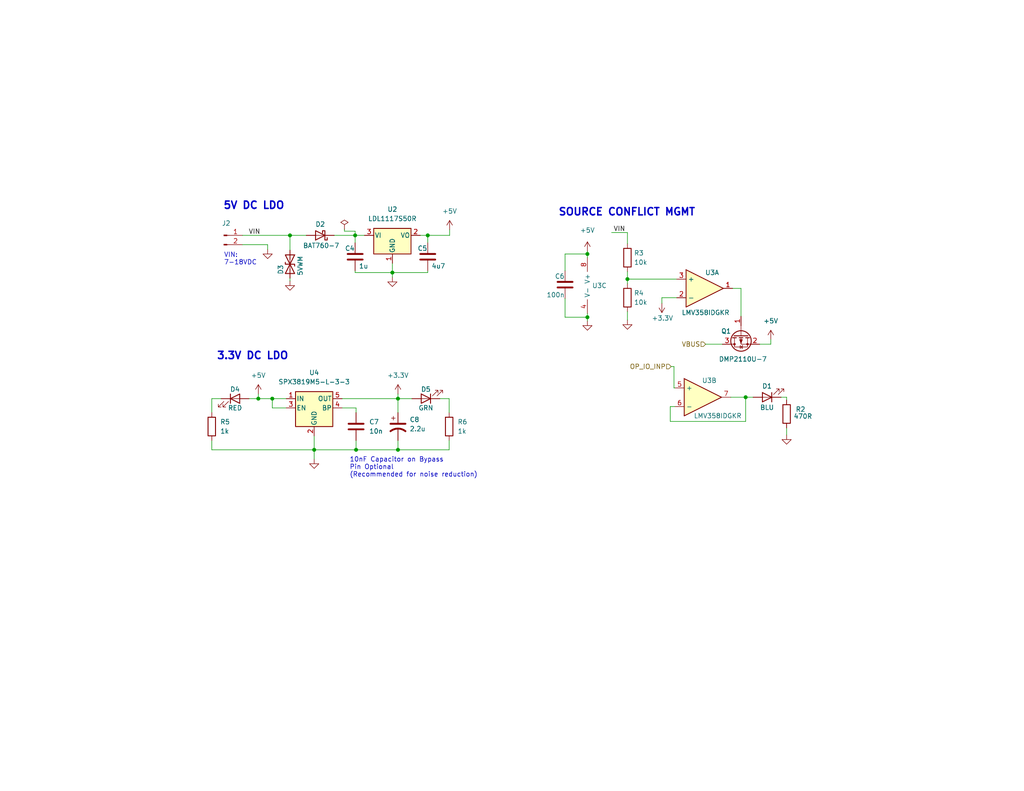
<source format=kicad_sch>
(kicad_sch (version 20211123) (generator eeschema)
  (paper "USLetter")
  (title_block (title "Power Supply - 5V and 3V3 LDOs") (date "2022-11-09") (rev "1.1"))
  (lib_symbols
    (symbol "Connector:Conn_01x02_Male" (pin_names (offset 1.016) hide)
      (property "Reference" "J" (at 0 2.54 0))
      (property "Value" "Conn_01x02_Male" (at 0 -5.08 0))
      (symbol "Conn_01x02_Male_1_1"
        (polyline (pts (xy 1.27 -2.54) (xy 0.8636 -2.54)) (stroke (width 0.1524)))
        (polyline (pts (xy 1.27 0) (xy 0.8636 0)) (stroke (width 0.1524)))
        (rectangle (start 0.8636 -2.413) (end 0 -2.667) (stroke (width 0.1524)) (fill (type outline)))
        (rectangle (start 0.8636 0.127) (end 0 -0.127) (stroke (width 0.1524)) (fill (type outline)))
        (pin passive line (at 5.08 0 180) (length 3.81) (name "Pin_1") (number "1"))
        (pin passive line (at 5.08 -2.54 180) (length 3.81) (name "Pin_2") (number "2"))
      )
    )
    (symbol "Device:C" (pin_numbers hide) (pin_names (offset 0.254))
      (property "Reference" "C" (at 0.635 2.54 0))
      (property "Value" "C" (at 0.635 -2.54 0))
      (symbol "C_0_1"
        (polyline (pts (xy -2.032 -0.762) (xy 2.032 -0.762)) (stroke (width 0.508)))
        (polyline (pts (xy -2.032 0.762) (xy 2.032 0.762)) (stroke (width 0.508)))
      )
      (symbol "C_1_1"
        (pin passive line (at 0 3.81 270) (length 2.794) (name "~") (number "1"))
        (pin passive line (at 0 -3.81 90) (length 2.794) (name "~") (number "2"))
      )
    )
    (symbol "Device:C_Polarized_US" (pin_numbers hide) (pin_names (offset 0.254) hide)
      (property "Reference" "C" (at 0.635 2.54 0))
      (property "Value" "C_Polarized_US" (at 0.635 -2.54 0))
      (symbol "C_Polarized_US_0_1"
        (polyline (pts (xy -2.032 0.762) (xy 2.032 0.762)) (stroke (width 0.508)))
        (polyline (pts (xy -1.778 2.286) (xy -0.762 2.286)))
        (polyline (pts (xy -1.27 1.778) (xy -1.27 2.794)))
        (arc (start 2.032 -1.27) (mid 0 -0.5572) (end -2.032 -1.27) (stroke (width 0.508)))
      )
      (symbol "C_Polarized_US_1_1"
        (pin passive line (at 0 3.81 270) (length 2.794) (name "~") (number "1"))
        (pin passive line (at 0 -3.81 90) (length 3.302) (name "~") (number "2"))
      )
    )
    (symbol "Device:D_Schottky" (pin_numbers hide) (pin_names (offset 1.016) hide)
      (property "Reference" "D" (at 0 2.54 0))
      (property "Value" "D_Schottky" (at 0 -2.54 0))
      (symbol "D_Schottky_0_1"
        (polyline (pts (xy 1.27 0) (xy -1.27 0)))
        (polyline (pts (xy 1.27 1.27) (xy 1.27 -1.27) (xy -1.27 0) (xy 1.27 1.27)) (stroke (width 0.254)))
        (polyline (pts (xy -1.905 0.635) (xy -1.905 1.27) (xy -1.27 1.27) (xy -1.27 -1.27) (xy -0.635 -1.27) (xy -0.635 -0.635)) (stroke (width 0.254)))
      )
      (symbol "D_Schottky_1_1"
        (pin passive line (at -3.81 0 0) (length 2.54) (name "K") (number "1"))
        (pin passive line (at 3.81 0 180) (length 2.54) (name "A") (number "2"))
      )
    )
    (symbol "Device:D_TVS" (pin_numbers hide) (pin_names (offset 1.016) hide)
      (property "Reference" "D" (at 0 2.54 0))
      (property "Value" "D_TVS" (at 0 -2.54 0))
      (symbol "D_TVS_0_1"
        (polyline (pts (xy 1.27 0) (xy -1.27 0)))
        (polyline (pts (xy 0.508 1.27) (xy 0 1.27) (xy 0 -1.27) (xy -0.508 -1.27)) (stroke (width 0.254)))
        (polyline (pts (xy -2.54 1.27) (xy -2.54 -1.27) (xy 2.54 1.27) (xy 2.54 -1.27) (xy -2.54 1.27)) (stroke (width 0.254)))
      )
      (symbol "D_TVS_1_1"
        (pin passive line (at -3.81 0 0) (length 2.54) (name "A1") (number "1"))
        (pin passive line (at 3.81 0 180) (length 2.54) (name "A2") (number "2"))
      )
    )
    (symbol "Device:LED" (pin_numbers hide) (pin_names (offset 1.016) hide)
      (property "Reference" "D" (at 0 2.54 0))
      (property "Value" "LED" (at 0 -2.54 0))
      (symbol "LED_0_1"
        (polyline (pts (xy -1.27 -1.27) (xy -1.27 1.27)) (stroke (width 0.254)))
        (polyline (pts (xy -1.27 0) (xy 1.27 0)))
        (polyline (pts (xy 1.27 -1.27) (xy 1.27 1.27) (xy -1.27 0) (xy 1.27 -1.27)) (stroke (width 0.254)))
        (polyline (pts (xy -3.048 -0.762) (xy -4.572 -2.286) (xy -3.81 -2.286) (xy -4.572 -2.286) (xy -4.572 -1.524)))
        (polyline (pts (xy -1.778 -0.762) (xy -3.302 -2.286) (xy -2.54 -2.286) (xy -3.302 -2.286) (xy -3.302 -1.524)))
      )
      (symbol "LED_1_1"
        (pin passive line (at -3.81 0 0) (length 2.54) (name "K") (number "1"))
        (pin passive line (at 3.81 0 180) (length 2.54) (name "A") (number "2"))
      )
    )
    (symbol "Device:Opamp_Dual"
      (property "Reference" "U" (at 0 5.08 0))
      (property "Value" "Opamp_Dual" (at 0 -5.08 0))
      (symbol "Opamp_Dual_1_1"
        (polyline (pts (xy -5.08 5.08) (xy 5.08 0) (xy -5.08 -5.08) (xy -5.08 5.08)) (stroke (width 0.254)) (fill (type background)))
        (pin output line (at 7.62 0 180) (length 2.54) (name "~") (number "1"))
        (pin input line (at -7.62 -2.54 0) (length 2.54) (name "-") (number "2"))
        (pin input line (at -7.62 2.54 0) (length 2.54) (name "+") (number "3"))
      )
      (symbol "Opamp_Dual_2_1"
        (polyline (pts (xy -5.08 5.08) (xy 5.08 0) (xy -5.08 -5.08) (xy -5.08 5.08)) (stroke (width 0.254)) (fill (type background)))
        (pin input line (at -7.62 2.54 0) (length 2.54) (name "+") (number "5"))
        (pin input line (at -7.62 -2.54 0) (length 2.54) (name "-") (number "6"))
        (pin output line (at 7.62 0 180) (length 2.54) (name "~") (number "7"))
      )
      (symbol "Opamp_Dual_3_1"
        (pin power_in line (at -2.54 -7.62 90) (length 3.81) (name "V-") (number "4"))
        (pin power_in line (at -2.54 7.62 270) (length 3.81) (name "V+") (number "8"))
      )
    )
    (symbol "Device:Q_PMOS_GSD" (pin_names (offset 0) hide)
      (property "Reference" "Q" (at 5.08 1.27 0))
      (property "Value" "Q_PMOS_GSD" (at 5.08 -1.27 0))
      (symbol "Q_PMOS_GSD_0_1"
        (polyline (pts (xy 0.254 0) (xy -2.54 0)))
        (polyline (pts (xy 0.254 1.905) (xy 0.254 -1.905)) (stroke (width 0.254)))
        (polyline (pts (xy 0.762 -1.27) (xy 0.762 -2.286)) (stroke (width 0.254)))
        (polyline (pts (xy 0.762 0.508) (xy 0.762 -0.508)) (stroke (width 0.254)))
        (polyline (pts (xy 0.762 2.286) (xy 0.762 1.27)) (stroke (width 0.254)))
        (polyline (pts (xy 2.54 2.54) (xy 2.54 1.778)))
        (polyline (pts (xy 2.54 -2.54) (xy 2.54 0) (xy 0.762 0)))
        (polyline (pts (xy 0.762 1.778) (xy 3.302 1.778) (xy 3.302 -1.778) (xy 0.762 -1.778)))
        (polyline (pts (xy 2.286 0) (xy 1.27 0.381) (xy 1.27 -0.381) (xy 2.286 0)) (fill (type outline)))
        (polyline (pts (xy 2.794 -0.508) (xy 2.921 -0.381) (xy 3.683 -0.381) (xy 3.81 -0.254)))
        (polyline (pts (xy 3.302 -0.381) (xy 2.921 0.254) (xy 3.683 0.254) (xy 3.302 -0.381)))
        (circle (center 1.651 0) (radius 2.794) (stroke (width 0.254)))
        (circle (center 2.54 -1.778) (radius 0.254) (fill (type outline)))
        (circle (center 2.54 1.778) (radius 0.254) (fill (type outline)))
      )
      (symbol "Q_PMOS_GSD_1_1"
        (pin input line (at -5.08 0 0) (length 2.54) (name "G") (number "1"))
        (pin passive line (at 2.54 -5.08 90) (length 2.54) (name "S") (number "2"))
        (pin passive line (at 2.54 5.08 270) (length 2.54) (name "D") (number "3"))
      )
    )
    (symbol "Device:R" (pin_numbers hide) (pin_names (offset 0))
      (property "Reference" "R" (at 2.032 0 90))
      (property "Value" "R" (at 0 0 90))
      (symbol "R_0_1"
        (rectangle (start -1.016 -2.54) (end 1.016 2.54) (stroke (width 0.254)))
      )
      (symbol "R_1_1"
        (pin passive line (at 0 3.81 270) (length 1.27) (name "~") (number "1"))
        (pin passive line (at 0 -3.81 90) (length 1.27) (name "~") (number "2"))
      )
    )
    (symbol "Regulator_Linear:LT1129-3.3_SOT223" (pin_names (offset 0.254))
      (property "Reference" "U2" (at 0 7.112 0))
      (property "Value" "LDL1117S50R" (at 0 4.572 0))
      (symbol "LT1129-3.3_SOT223_0_1"
        (rectangle (start -5.08 -5.08) (end 5.08 1.905) (stroke (width 0.254)) (fill (type background)))
      )
      (symbol "LT1129-3.3_SOT223_1_1"
        (pin power_in line (at 0 -7.62 90) (length 2.54) (name "GND") (number "1"))
        (pin power_out line (at 7.62 0 180) (length 2.54) (name "VO") (number "2"))
        (pin power_in line (at -7.62 0 0) (length 2.54) (name "VI") (number "3"))
      )
    )
    (symbol "Regulator_Linear:SPX3819M5-L-3-3" (pin_names (offset 0.254))
      (property "Reference" "U" (at -3.81 5.715 0))
      (property "Value" "SPX3819M5-L-3-3" (at 0 5.715 0))
      (symbol "SPX3819M5-L-3-3_0_1"
        (rectangle (start -5.08 4.445) (end 5.08 -5.08) (stroke (width 0.254)) (fill (type background)))
      )
      (symbol "SPX3819M5-L-3-3_1_1"
        (pin power_in line (at -7.62 2.54 0) (length 2.54) (name "IN") (number "1"))
        (pin power_in line (at 0 -7.62 90) (length 2.54) (name "GND") (number "2"))
        (pin input line (at -7.62 0 0) (length 2.54) (name "EN") (number "3"))
        (pin input line (at 7.62 0 180) (length 2.54) (name "BP") (number "4"))
        (pin power_out line (at 7.62 2.54 180) (length 2.54) (name "OUT") (number "5"))
      )
    )
    (symbol "power:+3.3V" (power) (pin_names (offset 0))
      (property "Value" "+3.3V" (at 0 3.556 0))
      (symbol "+3.3V_0_1"
        (polyline (pts (xy -0.762 1.27) (xy 0 2.54)))
        (polyline (pts (xy 0 0) (xy 0 2.54)))
        (polyline (pts (xy 0 2.54) (xy 0.762 1.27)))
      )
      (symbol "+3.3V_1_1"
        (pin power_in line (at 0 0 90) (length 0) hide (name "+3.3V") (number "1"))
      )
    )
    (symbol "power:+5V" (power) (pin_names (offset 0))
      (property "Value" "+5V" (at 0 3.556 0))
      (symbol "+5V_0_1"
        (polyline (pts (xy -0.762 1.27) (xy 0 2.54)))
        (polyline (pts (xy 0 0) (xy 0 2.54)))
        (polyline (pts (xy 0 2.54) (xy 0.762 1.27)))
      )
      (symbol "+5V_1_1"
        (pin power_in line (at 0 0 90) (length 0) hide (name "+5V") (number "1"))
      )
    )
    (symbol "power:GND" (power) (pin_names (offset 0))
      (property "Value" "GND" (at 0 -3.81 0))
      (symbol "GND_0_1"
        (polyline (pts (xy 0 0) (xy 0 -1.27) (xy 1.27 -1.27) (xy 0 -2.54) (xy -1.27 -1.27) (xy 0 -1.27)))
      )
      (symbol "GND_1_1"
        (pin power_in line (at 0 0 270) (length 0) hide (name "GND") (number "1"))
      )
    )
    (symbol "power:PWR_FLAG" (power) (pin_numbers hide) (pin_names (offset 0) hide)
      (property "Value" "PWR_FLAG" (at 0 3.81 0))
      (symbol "PWR_FLAG_0_0"
        (pin power_out line (at 0 0 90) (length 0) (name "pwr") (number "1"))
      )
      (symbol "PWR_FLAG_0_1"
        (polyline (pts (xy 0 0) (xy 0 1.27) (xy -1.016 1.905) (xy 0 2.54) (xy 1.016 1.905) (xy 0 1.27)))
      )
    )
  )
  (junction (at 108.585 122.809))
  (junction (at 74.295 108.839))
  (junction (at 96.901 64.262))
  (junction (at 108.585 108.839))
  (junction (at 171.196 76.2))
  (junction (at 97.155 122.809))
  (junction (at 160.274 69.342))
  (junction (at 79.121 64.262))
  (junction (at 107.061 74.422))
  (junction (at 203.454 108.458))
  (junction (at 70.485 108.839))
  (junction (at 85.725 122.809))
  (junction (at 116.713 64.262))
  (junction (at 160.274 86.614))
  (wire (pts (xy 108.585 107.569) (xy 108.585 108.839)))
  (wire (pts (xy 108.585 108.839) (xy 108.585 112.649)))
  (wire (pts (xy 78.105 111.379) (xy 74.295 111.379)))
  (wire (pts (xy 160.274 86.614) (xy 160.274 87.63)))
  (wire (pts (xy 97.155 122.809) (xy 85.725 122.809)))
  (wire (pts (xy 171.196 63.5) (xy 171.196 66.548)))
  (wire (pts (xy 160.274 68.58) (xy 160.274 69.342)))
  (wire (pts (xy 70.485 107.569) (xy 70.485 108.839)))
  (wire (pts (xy 85.725 122.809) (xy 85.725 125.349)))
  (wire (pts (xy 85.725 118.999) (xy 85.725 122.809)))
  (wire (pts (xy 79.121 64.262) (xy 79.121 68.326)))
  (wire (pts (xy 97.155 120.269) (xy 97.155 122.809)))
  (wire (pts (xy 154.178 73.914) (xy 154.178 69.342)))
  (wire (pts (xy 210.312 93.98) (xy 210.312 92.71)))
  (wire (pts (xy 96.901 64.262) (xy 99.441 64.262)))
  (wire (pts (xy 96.901 74.422) (xy 107.061 74.422)))
  (wire (pts (xy 166.878 63.5) (xy 171.196 63.5)))
  (wire (pts (xy 171.196 76.2) (xy 184.658 76.2)))
  (wire (pts (xy 214.63 116.84) (xy 214.63 118.745)))
  (wire (pts (xy 93.98 63.119) (xy 96.901 63.119)))
  (wire (pts (xy 199.898 78.74) (xy 202.184 78.74)))
  (wire (pts (xy 182.88 115.062) (xy 203.454 115.062)))
  (wire (pts (xy 79.121 75.946) (xy 79.121 76.708)))
  (wire (pts (xy 74.295 108.839) (xy 78.105 108.839)))
  (wire (pts (xy 122.555 120.269) (xy 122.555 122.809)))
  (wire (pts (xy 57.785 108.839) (xy 60.325 108.839)))
  (wire (pts (xy 171.196 74.168) (xy 171.196 76.2)))
  (wire (pts (xy 116.713 64.262) (xy 116.713 66.294)))
  (wire (pts (xy 199.39 108.458) (xy 203.454 108.458)))
  (wire (pts (xy 207.264 93.98) (xy 210.312 93.98)))
  (wire (pts (xy 96.901 73.914) (xy 96.901 74.422)))
  (wire (pts (xy 214.63 108.458) (xy 214.63 109.22)))
  (wire (pts (xy 171.196 85.09) (xy 171.196 87.376)))
  (wire (pts (xy 154.178 86.614) (xy 160.274 86.614)))
  (wire (pts (xy 108.585 122.809) (xy 122.555 122.809)))
  (wire (pts (xy 154.178 81.534) (xy 154.178 86.614)))
  (wire (pts (xy 192.532 93.98) (xy 197.104 93.98)))
  (wire (pts (xy 97.155 111.379) (xy 97.155 112.649)))
  (wire (pts (xy 180.594 81.28) (xy 184.658 81.28)))
  (wire (pts (xy 57.785 120.269) (xy 57.785 122.809)))
  (wire (pts (xy 184.15 105.918) (xy 183.896 105.918)))
  (wire (pts (xy 73.025 66.802) (xy 73.025 68.072)))
  (wire (pts (xy 182.88 110.998) (xy 184.15 110.998)))
  (wire (pts (xy 116.713 64.262) (xy 122.682 64.262)))
  (wire (pts (xy 67.945 108.839) (xy 70.485 108.839)))
  (wire (pts (xy 122.555 108.839) (xy 122.555 112.649)))
  (wire (pts (xy 96.901 64.262) (xy 96.901 66.294)))
  (wire (pts (xy 108.585 122.809) (xy 97.155 122.809)))
  (wire (pts (xy 93.345 108.839) (xy 108.585 108.839)))
  (wire (pts (xy 83.566 64.262) (xy 79.121 64.262)))
  (wire (pts (xy 108.585 108.839) (xy 112.395 108.839)))
  (wire (pts (xy 180.594 82.804) (xy 180.594 81.28)))
  (wire (pts (xy 93.345 111.379) (xy 97.155 111.379)))
  (wire (pts (xy 107.061 71.882) (xy 107.061 74.422)))
  (wire (pts (xy 114.681 64.262) (xy 116.713 64.262)))
  (wire (pts (xy 213.106 108.458) (xy 214.63 108.458)))
  (wire (pts (xy 160.274 69.342) (xy 160.274 70.358)))
  (wire (pts (xy 107.061 74.422) (xy 107.061 75.692)))
  (wire (pts (xy 203.454 115.062) (xy 203.454 108.458)))
  (wire (pts (xy 108.585 120.269) (xy 108.585 122.809)))
  (wire (pts (xy 66.167 66.802) (xy 73.025 66.802)))
  (wire (pts (xy 57.785 112.649) (xy 57.785 108.839)))
  (wire (pts (xy 93.98 62.611) (xy 93.98 63.119)))
  (wire (pts (xy 91.186 64.262) (xy 96.901 64.262)))
  (wire (pts (xy 66.167 64.262) (xy 79.121 64.262)))
  (wire (pts (xy 107.061 74.422) (xy 116.713 74.422)))
  (wire (pts (xy 120.015 108.839) (xy 122.555 108.839)))
  (wire (pts (xy 116.713 74.422) (xy 116.713 73.914)))
  (wire (pts (xy 74.295 111.379) (xy 74.295 108.839)))
  (wire (pts (xy 57.785 122.809) (xy 85.725 122.809)))
  (wire (pts (xy 203.454 108.458) (xy 205.486 108.458)))
  (wire (pts (xy 183.896 105.918) (xy 183.896 100.076)))
  (wire (pts (xy 96.901 63.119) (xy 96.901 64.262)))
  (wire (pts (xy 154.178 69.342) (xy 160.274 69.342)))
  (wire (pts (xy 182.88 110.998) (xy 182.88 115.062)))
  (wire (pts (xy 70.485 108.839) (xy 74.295 108.839)))
  (wire (pts (xy 171.196 76.2) (xy 171.196 77.47)))
  (wire (pts (xy 160.274 85.598) (xy 160.274 86.614)))
  (wire (pts (xy 183.896 100.076) (xy 183.134 100.076)))
  (wire (pts (xy 202.184 78.74) (xy 202.184 86.36)))
  (wire (pts (xy 122.682 64.262) (xy 122.682 62.738)))
  (text "VIN:\n7-18VDC" (at 61.087 72.517 0) (effects (font (size 1.27 1.27)) (justify left bottom)))
  (text "3.3V DC LDO" (at 59.055 98.425 0) (effects (font (size 2 2) (thickness 0.4) bold) (justify left bottom)))
  (text "5V DC LDO" (at 60.833 57.404 0) (effects (font (size 2 2) (thickness 0.4) bold) (justify left bottom)))
  (text "SOURCE CONFLICT MGMT" (at 152.273 59.182 0) (effects (font (size 2 2) (thickness 0.4) bold) (justify left bottom)))
  (text "10nF Capacitor on Bypass \nPin Optional\n(Recommended for noise reduction)\n" (at 95.377 130.429 0) (effects (font (size 1.27 1.27)) (justify left bottom)))
  (label "VIN" (at 67.818 64.262 0))
  (label "VIN" (at 167.386 63.5 0))
  (hierarchical_label "VBUS" (shape input) (at 192.532 93.98 180))
  (hierarchical_label "OP_IO_INP" (shape input) (at 183.134 100.076 180))
  (symbol (lib_id "Device:R") (at 171.196 81.28 0) (unit 1)
    (property "Reference" "R4" (at 172.974 80.0099 0) (effects (justify left)))
    (property "Value" "10k" (at 172.974 82.5499 0) (effects (justify left)))
    (property "Footprint" "Resistor_SMD:R_0603_1608Metric" (effects hide))
  )
  (symbol (lib_id "Device:C") (at 96.901 70.104 0) (unit 1)
    (property "Reference" "C4" (at 94.107 67.818 0) (effects (justify left)))
    (property "Value" "1u" (at 97.917 72.644 0) (effects (justify left)))
    (property "Footprint" "Capacitor_SMD:C_0805_2012Metric" (effects hide))
  )
  (symbol (lib_id "Device:R") (at 57.785 116.459 0) (unit 1)
    (property "Reference" "R5" (at 60.071 115.1889 0) (effects (justify left)))
    (property "Value" "1k" (at 60.071 117.7289 0) (effects (justify left)))
    (property "Footprint" "Resistor_SMD:R_0603_1608Metric" (effects hide))
  )
  (symbol (lib_id "Device:R") (at 171.196 70.358 0) (unit 1)
    (property "Reference" "R3" (at 172.974 69.0879 0) (effects (justify left)))
    (property "Value" "10k" (at 172.974 71.6279 0) (effects (justify left)))
    (property "Footprint" "Resistor_SMD:R_0603_1608Metric" (effects hide))
  )
  (symbol (lib_id "power:GND") (at 160.274 87.63 0) (unit 1)
    (property "Reference" "#PWR0120" (effects hide))
    (property "Value" "GND" (effects hide))
  )
  (symbol (lib_id "Device:C") (at 97.155 116.459 0) (unit 1)
    (property "Reference" "C7" (at 100.711 115.1889 0) (effects (justify left)))
    (property "Value" "10n" (at 100.711 117.7289 0) (effects (justify left)))
    (property "Footprint" "Capacitor_SMD:C_0603_1608Metric" (effects hide))
  )
  (symbol (lib_id "power:GND") (at 73.025 68.072 0) (unit 1)
    (property "Reference" "#PWR0119" (effects hide))
    (property "Value" "GND" (effects hide))
  )
  (symbol (lib_id "Device:LED") (at 116.205 108.839 180) (unit 1)
    (property "Reference" "D5" (at 116.205 106.299 0))
    (property "Value" "GRN" (at 116.205 111.379 0))
    (property "Footprint" "LED_SMD:LED_0805_2012Metric" (effects hide))
  )
  (symbol (lib_id "power:PWR_FLAG") (at 93.98 62.611 0) (unit 1)
    (property "Reference" "#FLG0101" (effects hide))
    (property "Value" "PWR_FLAG" (effects hide))
  )
  (symbol (lib_id "Device:Q_PMOS_GSD") (at 202.184 91.44 90) (mirror x) (unit 1)
    (property "Reference" "Q1" (at 198.12 90.424 90))
    (property "Value" "DMP2110U-7" (at 202.692 98.044 90))
    (property "Footprint" "Package_TO_SOT_SMD:SOT-23" (effects hide))
  )
  (symbol (lib_id "power:+5V") (at 122.682 62.738 0) (unit 1)
    (property "Reference" "#PWR0109" (effects hide))
    (property "Value" "+5V" (at 122.682 57.658 0))
  )
  (symbol (lib_id "Device:C") (at 154.178 77.724 0) (unit 1)
    (property "Reference" "C6" (at 151.384 75.438 0) (effects (justify left)))
    (property "Value" "100n" (at 149.098 80.518 0) (effects (justify left)))
    (property "Footprint" "Capacitor_SMD:C_0603_1608Metric" (effects hide))
  )
  (symbol (lib_id "Device:C_Polarized_US") (at 108.585 116.459 0) (unit 1)
    (property "Reference" "C8" (at 111.76 114.5539 0) (effects (justify left)))
    (property "Value" "2.2u" (at 111.76 117.0939 0) (effects (justify left)))
    (property "Footprint" "Capacitor_SMD:C_0805_2012Metric" (effects hide))
  )
  (symbol (lib_id "power:GND") (at 214.63 118.745 0) (unit 1)
    (property "Reference" "#PWR0124" (effects hide))
    (property "Value" "GND" (effects hide))
  )
  (symbol (lib_id "Device:R") (at 122.555 116.459 0) (unit 1)
    (property "Reference" "R6" (at 124.841 115.1889 0) (effects (justify left)))
    (property "Value" "1k" (at 124.841 117.7289 0) (effects (justify left)))
    (property "Footprint" "Resistor_SMD:R_0603_1608Metric" (effects hide))
  )
  (symbol (lib_id "Device:LED") (at 64.135 108.839 0) (unit 1)
    (property "Reference" "D4" (at 64.135 106.299 0))
    (property "Value" "RED" (at 64.135 111.379 0))
    (property "Footprint" "LED_SMD:LED_0805_2012Metric" (effects hide))
  )
  (symbol (lib_id "Device:Opamp_Dual") (at 191.77 108.458 0) (unit 2)
    (property "Reference" "U3" (at 193.548 103.886 0))
    (property "Value" "LMV358IDGKR" (at 195.834 113.538 0))
    (property "Footprint" "Package_SO:VSSOP-8_3.0x3.0mm_P0.65mm" (effects hide))
  )
  (symbol (lib_id "Regulator_Linear:LT1129-3.3_SOT223") (at 107.061 64.262 0) (unit 1)
    (property "Reference" "U2" (at 107.061 57.15 0))
    (property "Value" "LDL1117S50R" (at 107.061 59.69 0))
    (property "Footprint" "Package_TO_SOT_SMD:SOT-223-3_TabPin2" (effects hide))
    (property "Datasheet" "https://www.analog.com/media/en/technical-documentation/data-sheets/112935ff.pdf" (effects hide))
  )
  (symbol (lib_id "power:+5V") (at 160.274 68.58 0) (unit 1)
    (property "Reference" "#PWR0118" (effects hide))
    (property "Value" "+5V" (at 160.274 62.865 0))
  )
  (symbol (lib_id "power:GND") (at 107.061 75.692 0) (unit 1)
    (property "Reference" "#PWR0105" (effects hide))
    (property "Value" "GND" (effects hide))
  )
  (symbol (lib_id "power:GND") (at 79.121 76.708 0) (unit 1)
    (property "Reference" "#PWR0104" (effects hide))
    (property "Value" "GND" (effects hide))
  )
  (symbol (lib_id "power:GND") (at 85.725 125.349 0) (unit 1)
    (property "Reference" "#PWR0101" (effects hide))
    (property "Value" "GND" (effects hide))
  )
  (symbol (lib_id "Connector:Conn_01x02_Male") (at 61.087 64.262 0) (unit 1)
    (property "Reference" "J2" (at 61.722 60.96 0))
    (property "Value" "Conn_01x02_Male" (effects hide))
    (property "Footprint" "Connector_PinHeader_2.00mm:PinHeader_1x02_P2.00mm_Vertical" (effects hide))
  )
  (symbol (lib_id "Device:LED") (at 209.296 108.458 180) (unit 1)
    (property "Reference" "D1" (at 209.296 105.41 0))
    (property "Value" "BLU" (at 209.296 111.252 0))
    (property "Footprint" "LED_SMD:LED_0805_2012Metric" (effects hide))
  )
  (symbol (lib_id "Regulator_Linear:SPX3819M5-L-3-3") (at 85.725 111.379 0) (unit 1)
    (property "Reference" "U4" (at 85.725 101.727 0))
    (property "Value" "SPX3819M5-L-3-3" (at 85.725 104.267 0))
    (property "Footprint" "Package_TO_SOT_SMD:SOT-23-5" (effects hide))
    (property "Datasheet" "https://www.exar.com/content/document.ashx?id=22106&languageid=1033&type=Datasheet&partnumber=SPX3819&filename=SPX3819.pdf&part=SPX3819" (effects hide))
  )
  (symbol (lib_id "Device:D_TVS") (at 79.121 72.136 270) (unit 1)
    (property "Reference" "D3" (at 76.581 72.263 0) (effects (justify left)))
    (property "Value" "5VWM" (at 81.915 69.85 0) (effects (justify left)))
    (property "Footprint" "Diode_SMD:D_0402_1005Metric" (effects hide))
  )
  (symbol (lib_id "power:+3.3V") (at 180.594 82.804 180) (unit 1)
    (property "Reference" "#PWR0125" (effects hide))
    (property "Value" "+3.3V" (at 177.8 86.868 0) (effects (justify right)))
  )
  (symbol (lib_id "power:+5V") (at 70.485 107.569 0) (unit 1)
    (property "Reference" "#PWR0102" (effects hide))
    (property "Value" "+5V" (at 70.485 102.489 0))
  )
  (symbol (lib_id "Device:Opamp_Dual") (at 162.814 77.978 0) (unit 3)
    (property "Reference" "U3" (at 161.544 77.9779 0) (effects (justify left)))
    (property "Value" "LMV358IDGKR" (effects hide))
    (property "Footprint" "Package_SO:VSSOP-8_3.0x3.0mm_P0.65mm" (effects hide))
  )
  (symbol (lib_id "power:GND") (at 171.196 87.376 0) (unit 1)
    (property "Reference" "#PWR0121" (effects hide))
    (property "Value" "GND" (effects hide))
  )
  (symbol (lib_id "Device:R") (at 214.63 113.03 0) (unit 1)
    (property "Reference" "R2" (at 218.44 111.76 0))
    (property "Value" "470R" (at 219.075 113.665 0))
    (property "Footprint" "Resistor_SMD:R_0603_1608Metric" (effects hide))
  )
  (symbol (lib_id "power:+5V") (at 210.312 92.71 0) (unit 1)
    (property "Reference" "#PWR0126" (effects hide))
    (property "Value" "+5V" (at 210.312 87.63 0))
  )
  (symbol (lib_id "Device:D_Schottky") (at 87.376 64.262 180) (unit 1)
    (property "Reference" "D2" (at 87.376 61.214 0))
    (property "Value" "BAT760-7" (at 87.63 67.056 0))
    (property "Footprint" "Diode_SMD:D_SOD-323" (effects hide))
  )
  (symbol (lib_id "Device:C") (at 116.713 70.104 0) (unit 1)
    (property "Reference" "C5" (at 113.919 67.818 0) (effects (justify left)))
    (property "Value" "4u7" (at 117.729 72.644 0) (effects (justify left)))
    (property "Footprint" "Capacitor_SMD:C_0805_2012Metric" (effects hide))
  )
  (symbol (lib_id "power:+3.3V") (at 108.585 107.569 0) (unit 1)
    (property "Reference" "#PWR0103" (effects hide))
    (property "Value" "+3.3V" (at 108.585 102.489 0))
  )
  (symbol (lib_id "Device:Opamp_Dual") (at 192.278 78.74 0) (unit 1)
    (property "Reference" "U3" (at 194.31 74.422 0))
    (property "Value" "LMV358IDGKR" (at 192.532 85.344 0))
    (property "Footprint" "Package_SO:VSSOP-8_3.0x3.0mm_P0.65mm" (effects hide))
  )
)
</source>
